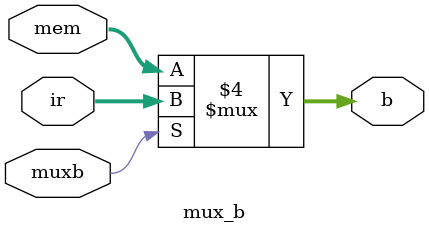
<source format=v>

module mux_b
  (
   muxb,
   mem,
   ir,
   b
   );
   
   input wire           muxb ;
   input wire [7:0] 	mem  ;
   input wire [7:0] 	ir   ;
   
   output reg [7:0] 	b    ;

   //--------------------------------------------------------------------
   //  main  MUX B process
   //--------------------------------------------------------------------
       
   always @(*)
     begin
	if (muxb == 1'b0)
	  begin
	     b <= mem;
	  end
	else
	  begin
	     b <= ir;
	  end
     end // always @ (*)

endmodule // mux_b



</source>
